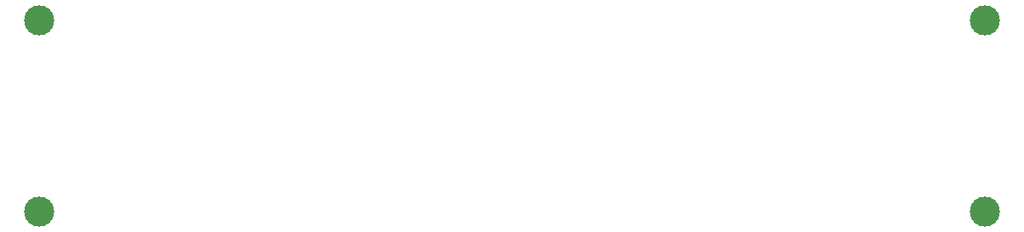
<source format=gbr>
%TF.GenerationSoftware,Novarm,DipTrace,3.3.1.3*%
%TF.CreationDate,2019-10-28T02:51:38+00:00*%
%FSLAX26Y26*%
%MOIN*%
%TF.FileFunction,NonPlated,1,2,NPTH,Drill*%
%TF.Part,Single*%
%TA.AperFunction,MechanicalDrill*%
%ADD37C,0.11811*%
G75*
G01*
D37*
X511810Y511810D3*
Y1259842D3*
X4212598D3*
Y511810D3*
M02*

</source>
